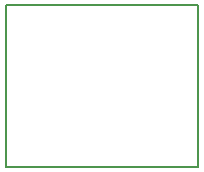
<source format=gbr>
%TF.GenerationSoftware,KiCad,Pcbnew,8.0.6*%
%TF.CreationDate,2025-01-14T17:23:09-07:00*%
%TF.ProjectId,MPPT,4d505054-2e6b-4696-9361-645f70636258,rev?*%
%TF.SameCoordinates,Original*%
%TF.FileFunction,Profile,NP*%
%FSLAX46Y46*%
G04 Gerber Fmt 4.6, Leading zero omitted, Abs format (unit mm)*
G04 Created by KiCad (PCBNEW 8.0.6) date 2025-01-14 17:23:09*
%MOMM*%
%LPD*%
G01*
G04 APERTURE LIST*
%TA.AperFunction,Profile*%
%ADD10C,0.200000*%
%TD*%
G04 APERTURE END LIST*
D10*
X135382000Y-92202000D02*
X151638000Y-92202000D01*
X151638000Y-105918000D01*
X135382000Y-105918000D01*
X135382000Y-92202000D01*
M02*

</source>
